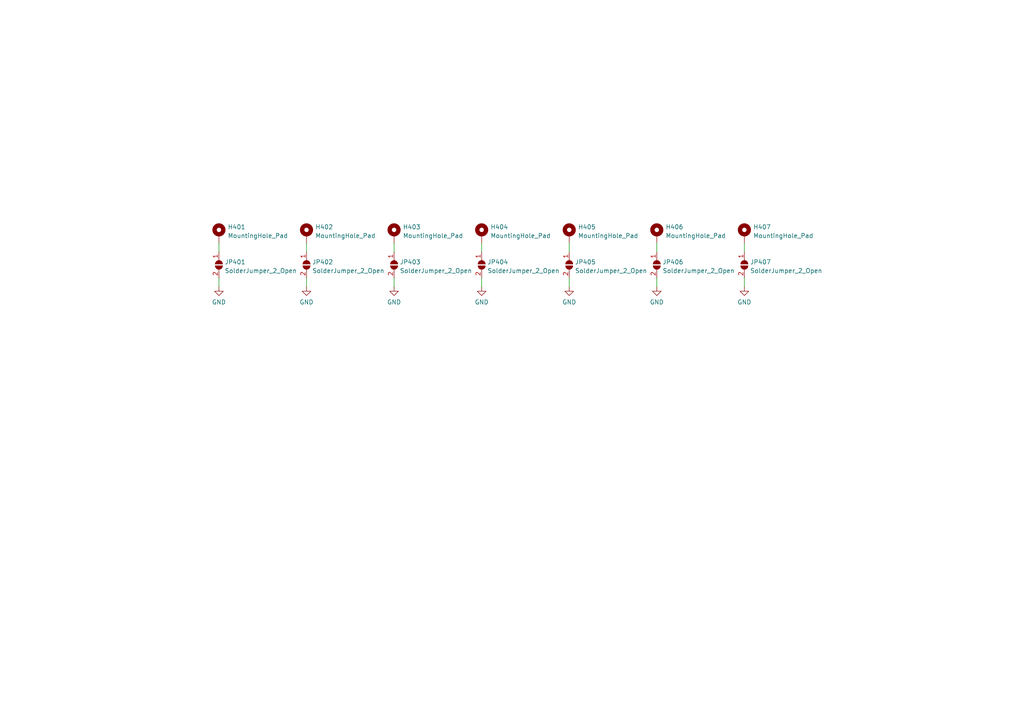
<source format=kicad_sch>
(kicad_sch (version 20211123) (generator eeschema)

  (uuid b3633c75-db22-4e3d-bb4e-5f6145b55b5b)

  (paper "A4")

  (lib_symbols
    (symbol "Jumper:SolderJumper_2_Open" (pin_names (offset 0) hide) (in_bom yes) (on_board yes)
      (property "Reference" "JP" (id 0) (at 0 2.032 0)
        (effects (font (size 1.27 1.27)))
      )
      (property "Value" "SolderJumper_2_Open" (id 1) (at 0 -2.54 0)
        (effects (font (size 1.27 1.27)))
      )
      (property "Footprint" "" (id 2) (at 0 0 0)
        (effects (font (size 1.27 1.27)) hide)
      )
      (property "Datasheet" "~" (id 3) (at 0 0 0)
        (effects (font (size 1.27 1.27)) hide)
      )
      (property "ki_keywords" "solder jumper SPST" (id 4) (at 0 0 0)
        (effects (font (size 1.27 1.27)) hide)
      )
      (property "ki_description" "Solder Jumper, 2-pole, open" (id 5) (at 0 0 0)
        (effects (font (size 1.27 1.27)) hide)
      )
      (property "ki_fp_filters" "SolderJumper*Open*" (id 6) (at 0 0 0)
        (effects (font (size 1.27 1.27)) hide)
      )
      (symbol "SolderJumper_2_Open_0_1"
        (arc (start -0.254 1.016) (mid -1.27 0) (end -0.254 -1.016)
          (stroke (width 0) (type default) (color 0 0 0 0))
          (fill (type none))
        )
        (arc (start -0.254 1.016) (mid -1.27 0) (end -0.254 -1.016)
          (stroke (width 0) (type default) (color 0 0 0 0))
          (fill (type outline))
        )
        (polyline
          (pts
            (xy -0.254 1.016)
            (xy -0.254 -1.016)
          )
          (stroke (width 0) (type default) (color 0 0 0 0))
          (fill (type none))
        )
        (polyline
          (pts
            (xy 0.254 1.016)
            (xy 0.254 -1.016)
          )
          (stroke (width 0) (type default) (color 0 0 0 0))
          (fill (type none))
        )
        (arc (start 0.254 -1.016) (mid 1.27 0) (end 0.254 1.016)
          (stroke (width 0) (type default) (color 0 0 0 0))
          (fill (type none))
        )
        (arc (start 0.254 -1.016) (mid 1.27 0) (end 0.254 1.016)
          (stroke (width 0) (type default) (color 0 0 0 0))
          (fill (type outline))
        )
      )
      (symbol "SolderJumper_2_Open_1_1"
        (pin passive line (at -3.81 0 0) (length 2.54)
          (name "A" (effects (font (size 1.27 1.27))))
          (number "1" (effects (font (size 1.27 1.27))))
        )
        (pin passive line (at 3.81 0 180) (length 2.54)
          (name "B" (effects (font (size 1.27 1.27))))
          (number "2" (effects (font (size 1.27 1.27))))
        )
      )
    )
    (symbol "Mechanical:MountingHole_Pad" (pin_numbers hide) (pin_names (offset 1.016) hide) (in_bom yes) (on_board yes)
      (property "Reference" "H" (id 0) (at 0 6.35 0)
        (effects (font (size 1.27 1.27)))
      )
      (property "Value" "MountingHole_Pad" (id 1) (at 0 4.445 0)
        (effects (font (size 1.27 1.27)))
      )
      (property "Footprint" "" (id 2) (at 0 0 0)
        (effects (font (size 1.27 1.27)) hide)
      )
      (property "Datasheet" "~" (id 3) (at 0 0 0)
        (effects (font (size 1.27 1.27)) hide)
      )
      (property "ki_keywords" "mounting hole" (id 4) (at 0 0 0)
        (effects (font (size 1.27 1.27)) hide)
      )
      (property "ki_description" "Mounting Hole with connection" (id 5) (at 0 0 0)
        (effects (font (size 1.27 1.27)) hide)
      )
      (property "ki_fp_filters" "MountingHole*Pad*" (id 6) (at 0 0 0)
        (effects (font (size 1.27 1.27)) hide)
      )
      (symbol "MountingHole_Pad_0_1"
        (circle (center 0 1.27) (radius 1.27)
          (stroke (width 1.27) (type default) (color 0 0 0 0))
          (fill (type none))
        )
      )
      (symbol "MountingHole_Pad_1_1"
        (pin input line (at 0 -2.54 90) (length 2.54)
          (name "1" (effects (font (size 1.27 1.27))))
          (number "1" (effects (font (size 1.27 1.27))))
        )
      )
    )
    (symbol "power:GND" (power) (pin_names (offset 0)) (in_bom yes) (on_board yes)
      (property "Reference" "#PWR" (id 0) (at 0 -6.35 0)
        (effects (font (size 1.27 1.27)) hide)
      )
      (property "Value" "GND" (id 1) (at 0 -3.81 0)
        (effects (font (size 1.27 1.27)))
      )
      (property "Footprint" "" (id 2) (at 0 0 0)
        (effects (font (size 1.27 1.27)) hide)
      )
      (property "Datasheet" "" (id 3) (at 0 0 0)
        (effects (font (size 1.27 1.27)) hide)
      )
      (property "ki_keywords" "power-flag" (id 4) (at 0 0 0)
        (effects (font (size 1.27 1.27)) hide)
      )
      (property "ki_description" "Power symbol creates a global label with name \"GND\" , ground" (id 5) (at 0 0 0)
        (effects (font (size 1.27 1.27)) hide)
      )
      (symbol "GND_0_1"
        (polyline
          (pts
            (xy 0 0)
            (xy 0 -1.27)
            (xy 1.27 -1.27)
            (xy 0 -2.54)
            (xy -1.27 -1.27)
            (xy 0 -1.27)
          )
          (stroke (width 0) (type default) (color 0 0 0 0))
          (fill (type none))
        )
      )
      (symbol "GND_1_1"
        (pin power_in line (at 0 0 270) (length 0) hide
          (name "GND" (effects (font (size 1.27 1.27))))
          (number "1" (effects (font (size 1.27 1.27))))
        )
      )
    )
  )


  (wire (pts (xy 190.5 70.485) (xy 190.5 73.025))
    (stroke (width 0) (type default) (color 0 0 0 0))
    (uuid 12f2767c-1cd8-4a79-bb0f-dd8f58c68d3f)
  )
  (wire (pts (xy 63.5 70.485) (xy 63.5 73.025))
    (stroke (width 0) (type default) (color 0 0 0 0))
    (uuid 3b8755cb-ee61-498c-9984-813080381cd0)
  )
  (wire (pts (xy 63.5 80.645) (xy 63.5 83.185))
    (stroke (width 0) (type default) (color 0 0 0 0))
    (uuid 65332097-ef55-48ef-87c2-2c9e568a361c)
  )
  (wire (pts (xy 139.7 70.485) (xy 139.7 73.025))
    (stroke (width 0) (type default) (color 0 0 0 0))
    (uuid 7360c07a-f33e-40af-9323-4d0a8f264ef9)
  )
  (wire (pts (xy 88.9 80.645) (xy 88.9 83.185))
    (stroke (width 0) (type default) (color 0 0 0 0))
    (uuid 75c574bc-211e-4569-ac49-2b9a59b95e91)
  )
  (wire (pts (xy 215.9 70.485) (xy 215.9 73.025))
    (stroke (width 0) (type default) (color 0 0 0 0))
    (uuid 7d3d1ab1-fe8a-445c-970c-15f9ffa439da)
  )
  (wire (pts (xy 88.9 70.485) (xy 88.9 73.025))
    (stroke (width 0) (type default) (color 0 0 0 0))
    (uuid 8b7118d8-18c4-4973-9d30-d8e539ebe251)
  )
  (wire (pts (xy 165.1 70.485) (xy 165.1 73.025))
    (stroke (width 0) (type default) (color 0 0 0 0))
    (uuid 95092231-6327-4a71-9689-aef54e489ae1)
  )
  (wire (pts (xy 139.7 80.645) (xy 139.7 83.185))
    (stroke (width 0) (type default) (color 0 0 0 0))
    (uuid 9ff31e36-1df8-473a-9903-3eb026594688)
  )
  (wire (pts (xy 114.3 70.485) (xy 114.3 73.025))
    (stroke (width 0) (type default) (color 0 0 0 0))
    (uuid c4217720-ab64-41c8-b415-412cce22e500)
  )
  (wire (pts (xy 114.3 80.645) (xy 114.3 83.185))
    (stroke (width 0) (type default) (color 0 0 0 0))
    (uuid e165e724-7c43-46cf-961c-917667d44866)
  )
  (wire (pts (xy 165.1 80.645) (xy 165.1 83.185))
    (stroke (width 0) (type default) (color 0 0 0 0))
    (uuid e4db4edf-66d1-4b9a-98ca-bcc05ee3c3f4)
  )
  (wire (pts (xy 215.9 80.645) (xy 215.9 83.185))
    (stroke (width 0) (type default) (color 0 0 0 0))
    (uuid e7d3bbe0-b260-4951-8e99-1d6b7dc2e6c2)
  )
  (wire (pts (xy 190.5 80.645) (xy 190.5 83.185))
    (stroke (width 0) (type default) (color 0 0 0 0))
    (uuid e90219a4-8f86-4d7f-9171-a55c21092992)
  )

  (symbol (lib_id "Jumper:SolderJumper_2_Open") (at 63.5 76.835 270) (unit 1)
    (in_bom yes) (on_board yes) (fields_autoplaced)
    (uuid 034073a4-6f29-4b73-9814-952efa8271b2)
    (property "Reference" "JP401" (id 0) (at 65.151 76.0003 90)
      (effects (font (size 1.27 1.27)) (justify left))
    )
    (property "Value" "SolderJumper_2_Open" (id 1) (at 65.151 78.5372 90)
      (effects (font (size 1.27 1.27)) (justify left))
    )
    (property "Footprint" "Jumper:SolderJumper-2_P1.3mm_Open_Pad1.0x1.5mm" (id 2) (at 63.5 76.835 0)
      (effects (font (size 1.27 1.27)) hide)
    )
    (property "Datasheet" "~" (id 3) (at 63.5 76.835 0)
      (effects (font (size 1.27 1.27)) hide)
    )
    (pin "1" (uuid 6e503008-c20e-45c7-b8f6-79ef304f7c84))
    (pin "2" (uuid 5ddac88c-9524-4fa6-8633-7ce3e90c0813))
  )

  (symbol (lib_id "Jumper:SolderJumper_2_Open") (at 215.9 76.835 270) (unit 1)
    (in_bom yes) (on_board yes) (fields_autoplaced)
    (uuid 18b9bb38-a0a8-4c47-8090-635ff77467c0)
    (property "Reference" "JP407" (id 0) (at 217.551 76.0003 90)
      (effects (font (size 1.27 1.27)) (justify left))
    )
    (property "Value" "SolderJumper_2_Open" (id 1) (at 217.551 78.5372 90)
      (effects (font (size 1.27 1.27)) (justify left))
    )
    (property "Footprint" "Jumper:SolderJumper-2_P1.3mm_Open_Pad1.0x1.5mm" (id 2) (at 215.9 76.835 0)
      (effects (font (size 1.27 1.27)) hide)
    )
    (property "Datasheet" "~" (id 3) (at 215.9 76.835 0)
      (effects (font (size 1.27 1.27)) hide)
    )
    (pin "1" (uuid 91c28e7a-698b-4539-b1f8-73163cd48c01))
    (pin "2" (uuid 69eef71c-39d5-4b37-ad6d-20684f7bbe54))
  )

  (symbol (lib_id "Mechanical:MountingHole_Pad") (at 88.9 67.945 0) (unit 1)
    (in_bom yes) (on_board yes) (fields_autoplaced)
    (uuid 38cdd67c-5f04-4257-9905-c9ce088d900a)
    (property "Reference" "H402" (id 0) (at 91.44 65.8403 0)
      (effects (font (size 1.27 1.27)) (justify left))
    )
    (property "Value" "MountingHole_Pad" (id 1) (at 91.44 68.3772 0)
      (effects (font (size 1.27 1.27)) (justify left))
    )
    (property "Footprint" "MountingHole:MountingHole_3.2mm_M3_Pad_Via" (id 2) (at 88.9 67.945 0)
      (effects (font (size 1.27 1.27)) hide)
    )
    (property "Datasheet" "~" (id 3) (at 88.9 67.945 0)
      (effects (font (size 1.27 1.27)) hide)
    )
    (pin "1" (uuid 31f92085-2a22-4d4d-826b-e9aa58997a5d))
  )

  (symbol (lib_id "Jumper:SolderJumper_2_Open") (at 165.1 76.835 270) (unit 1)
    (in_bom yes) (on_board yes) (fields_autoplaced)
    (uuid 40fd58e7-8364-4368-8f65-b49f2f07ab3f)
    (property "Reference" "JP405" (id 0) (at 166.751 76.0003 90)
      (effects (font (size 1.27 1.27)) (justify left))
    )
    (property "Value" "SolderJumper_2_Open" (id 1) (at 166.751 78.5372 90)
      (effects (font (size 1.27 1.27)) (justify left))
    )
    (property "Footprint" "Jumper:SolderJumper-2_P1.3mm_Open_Pad1.0x1.5mm" (id 2) (at 165.1 76.835 0)
      (effects (font (size 1.27 1.27)) hide)
    )
    (property "Datasheet" "~" (id 3) (at 165.1 76.835 0)
      (effects (font (size 1.27 1.27)) hide)
    )
    (pin "1" (uuid f4072987-1fbc-4975-a47d-0e9a27758007))
    (pin "2" (uuid 3e95165d-fbe6-4c27-a9f2-838be207c36e))
  )

  (symbol (lib_id "Mechanical:MountingHole_Pad") (at 139.7 67.945 0) (unit 1)
    (in_bom yes) (on_board yes) (fields_autoplaced)
    (uuid 4d44bbad-d20e-44c7-9490-8e466acf1a10)
    (property "Reference" "H404" (id 0) (at 142.24 65.8403 0)
      (effects (font (size 1.27 1.27)) (justify left))
    )
    (property "Value" "MountingHole_Pad" (id 1) (at 142.24 68.3772 0)
      (effects (font (size 1.27 1.27)) (justify left))
    )
    (property "Footprint" "MountingHole:MountingHole_3.2mm_M3_Pad_Via" (id 2) (at 139.7 67.945 0)
      (effects (font (size 1.27 1.27)) hide)
    )
    (property "Datasheet" "~" (id 3) (at 139.7 67.945 0)
      (effects (font (size 1.27 1.27)) hide)
    )
    (pin "1" (uuid baf1aae6-3456-4839-8399-2504a211bf26))
  )

  (symbol (lib_id "power:GND") (at 63.5 83.185 0) (unit 1)
    (in_bom yes) (on_board yes) (fields_autoplaced)
    (uuid 6ebac1cf-3474-4aff-9c58-529351e355a4)
    (property "Reference" "#PWR0401" (id 0) (at 63.5 89.535 0)
      (effects (font (size 1.27 1.27)) hide)
    )
    (property "Value" "GND" (id 1) (at 63.5 87.6284 0))
    (property "Footprint" "" (id 2) (at 63.5 83.185 0)
      (effects (font (size 1.27 1.27)) hide)
    )
    (property "Datasheet" "" (id 3) (at 63.5 83.185 0)
      (effects (font (size 1.27 1.27)) hide)
    )
    (pin "1" (uuid 4602f689-4f6b-46c7-bef0-b8556393cc27))
  )

  (symbol (lib_id "power:GND") (at 114.3 83.185 0) (unit 1)
    (in_bom yes) (on_board yes) (fields_autoplaced)
    (uuid 77c97090-27b5-41a9-844f-1e83f544d1a3)
    (property "Reference" "#PWR0403" (id 0) (at 114.3 89.535 0)
      (effects (font (size 1.27 1.27)) hide)
    )
    (property "Value" "GND" (id 1) (at 114.3 87.6284 0))
    (property "Footprint" "" (id 2) (at 114.3 83.185 0)
      (effects (font (size 1.27 1.27)) hide)
    )
    (property "Datasheet" "" (id 3) (at 114.3 83.185 0)
      (effects (font (size 1.27 1.27)) hide)
    )
    (pin "1" (uuid 98c91096-0db5-48dc-9230-d237b1fabcdc))
  )

  (symbol (lib_id "Mechanical:MountingHole_Pad") (at 63.5 67.945 0) (unit 1)
    (in_bom yes) (on_board yes) (fields_autoplaced)
    (uuid 7b391dc8-24de-4f28-a444-145cb93e97e3)
    (property "Reference" "H401" (id 0) (at 66.04 65.8403 0)
      (effects (font (size 1.27 1.27)) (justify left))
    )
    (property "Value" "MountingHole_Pad" (id 1) (at 66.04 68.3772 0)
      (effects (font (size 1.27 1.27)) (justify left))
    )
    (property "Footprint" "MountingHole:MountingHole_3.2mm_M3_Pad_Via" (id 2) (at 63.5 67.945 0)
      (effects (font (size 1.27 1.27)) hide)
    )
    (property "Datasheet" "~" (id 3) (at 63.5 67.945 0)
      (effects (font (size 1.27 1.27)) hide)
    )
    (pin "1" (uuid 9b76dcfe-baff-4205-8a2d-3ac53e901c73))
  )

  (symbol (lib_id "Jumper:SolderJumper_2_Open") (at 190.5 76.835 270) (unit 1)
    (in_bom yes) (on_board yes) (fields_autoplaced)
    (uuid 8b4fe6fb-4738-4836-a839-00a05c2d9c93)
    (property "Reference" "JP406" (id 0) (at 192.151 76.0003 90)
      (effects (font (size 1.27 1.27)) (justify left))
    )
    (property "Value" "SolderJumper_2_Open" (id 1) (at 192.151 78.5372 90)
      (effects (font (size 1.27 1.27)) (justify left))
    )
    (property "Footprint" "Jumper:SolderJumper-2_P1.3mm_Open_Pad1.0x1.5mm" (id 2) (at 190.5 76.835 0)
      (effects (font (size 1.27 1.27)) hide)
    )
    (property "Datasheet" "~" (id 3) (at 190.5 76.835 0)
      (effects (font (size 1.27 1.27)) hide)
    )
    (pin "1" (uuid f4c3d334-9c57-42c8-a283-b4ac50178253))
    (pin "2" (uuid 0d54277f-f274-456d-a932-3925d15b9d10))
  )

  (symbol (lib_id "Jumper:SolderJumper_2_Open") (at 114.3 76.835 270) (unit 1)
    (in_bom yes) (on_board yes) (fields_autoplaced)
    (uuid 98992259-93ca-4ab1-bfff-27184869d868)
    (property "Reference" "JP403" (id 0) (at 115.951 76.0003 90)
      (effects (font (size 1.27 1.27)) (justify left))
    )
    (property "Value" "SolderJumper_2_Open" (id 1) (at 115.951 78.5372 90)
      (effects (font (size 1.27 1.27)) (justify left))
    )
    (property "Footprint" "Jumper:SolderJumper-2_P1.3mm_Open_Pad1.0x1.5mm" (id 2) (at 114.3 76.835 0)
      (effects (font (size 1.27 1.27)) hide)
    )
    (property "Datasheet" "~" (id 3) (at 114.3 76.835 0)
      (effects (font (size 1.27 1.27)) hide)
    )
    (pin "1" (uuid 4747ea70-08b5-43ee-93f9-55e44d473ac5))
    (pin "2" (uuid 24ba6e9c-e43d-43c3-8269-9771a8cca62c))
  )

  (symbol (lib_id "power:GND") (at 139.7 83.185 0) (unit 1)
    (in_bom yes) (on_board yes) (fields_autoplaced)
    (uuid aa8f0210-0e5c-4a4c-8c7e-2b17249bc063)
    (property "Reference" "#PWR0404" (id 0) (at 139.7 89.535 0)
      (effects (font (size 1.27 1.27)) hide)
    )
    (property "Value" "GND" (id 1) (at 139.7 87.6284 0))
    (property "Footprint" "" (id 2) (at 139.7 83.185 0)
      (effects (font (size 1.27 1.27)) hide)
    )
    (property "Datasheet" "" (id 3) (at 139.7 83.185 0)
      (effects (font (size 1.27 1.27)) hide)
    )
    (pin "1" (uuid 642f675b-847b-49a8-8f01-43e86b3d6bcb))
  )

  (symbol (lib_id "Mechanical:MountingHole_Pad") (at 114.3 67.945 0) (unit 1)
    (in_bom yes) (on_board yes) (fields_autoplaced)
    (uuid acfce364-9761-4a18-bda3-8e8bcec07037)
    (property "Reference" "H403" (id 0) (at 116.84 65.8403 0)
      (effects (font (size 1.27 1.27)) (justify left))
    )
    (property "Value" "MountingHole_Pad" (id 1) (at 116.84 68.3772 0)
      (effects (font (size 1.27 1.27)) (justify left))
    )
    (property "Footprint" "MountingHole:MountingHole_3.2mm_M3_Pad_Via" (id 2) (at 114.3 67.945 0)
      (effects (font (size 1.27 1.27)) hide)
    )
    (property "Datasheet" "~" (id 3) (at 114.3 67.945 0)
      (effects (font (size 1.27 1.27)) hide)
    )
    (pin "1" (uuid adb15936-7ff4-43ea-9184-8cb624993cd4))
  )

  (symbol (lib_id "power:GND") (at 190.5 83.185 0) (unit 1)
    (in_bom yes) (on_board yes) (fields_autoplaced)
    (uuid ad923fee-8552-46df-9814-1f027e7fbf82)
    (property "Reference" "#PWR0406" (id 0) (at 190.5 89.535 0)
      (effects (font (size 1.27 1.27)) hide)
    )
    (property "Value" "GND" (id 1) (at 190.5 87.6284 0))
    (property "Footprint" "" (id 2) (at 190.5 83.185 0)
      (effects (font (size 1.27 1.27)) hide)
    )
    (property "Datasheet" "" (id 3) (at 190.5 83.185 0)
      (effects (font (size 1.27 1.27)) hide)
    )
    (pin "1" (uuid 52d15eb0-e5b9-4ff5-85ea-c78f6ebe6831))
  )

  (symbol (lib_id "Mechanical:MountingHole_Pad") (at 215.9 67.945 0) (unit 1)
    (in_bom yes) (on_board yes) (fields_autoplaced)
    (uuid b8af778d-eb2a-4ad2-b5d8-b86fc173018f)
    (property "Reference" "H407" (id 0) (at 218.44 65.8403 0)
      (effects (font (size 1.27 1.27)) (justify left))
    )
    (property "Value" "MountingHole_Pad" (id 1) (at 218.44 68.3772 0)
      (effects (font (size 1.27 1.27)) (justify left))
    )
    (property "Footprint" "MountingHole:MountingHole_3.2mm_M3_Pad_Via" (id 2) (at 215.9 67.945 0)
      (effects (font (size 1.27 1.27)) hide)
    )
    (property "Datasheet" "~" (id 3) (at 215.9 67.945 0)
      (effects (font (size 1.27 1.27)) hide)
    )
    (pin "1" (uuid d751b55c-541b-4d90-aa7e-ce6708fb82ec))
  )

  (symbol (lib_id "Mechanical:MountingHole_Pad") (at 165.1 67.945 0) (unit 1)
    (in_bom yes) (on_board yes) (fields_autoplaced)
    (uuid c07362b6-fc8f-47dd-a2f9-e92d5662744d)
    (property "Reference" "H405" (id 0) (at 167.64 65.8403 0)
      (effects (font (size 1.27 1.27)) (justify left))
    )
    (property "Value" "MountingHole_Pad" (id 1) (at 167.64 68.3772 0)
      (effects (font (size 1.27 1.27)) (justify left))
    )
    (property "Footprint" "MountingHole:MountingHole_3.2mm_M3_Pad_Via" (id 2) (at 165.1 67.945 0)
      (effects (font (size 1.27 1.27)) hide)
    )
    (property "Datasheet" "~" (id 3) (at 165.1 67.945 0)
      (effects (font (size 1.27 1.27)) hide)
    )
    (pin "1" (uuid 02ced7e2-3f73-450a-bf52-6c119bb6ae3e))
  )

  (symbol (lib_id "power:GND") (at 215.9 83.185 0) (unit 1)
    (in_bom yes) (on_board yes) (fields_autoplaced)
    (uuid c443691d-64d4-4701-9087-37f6d1c5a3b6)
    (property "Reference" "#PWR0407" (id 0) (at 215.9 89.535 0)
      (effects (font (size 1.27 1.27)) hide)
    )
    (property "Value" "GND" (id 1) (at 215.9 87.6284 0))
    (property "Footprint" "" (id 2) (at 215.9 83.185 0)
      (effects (font (size 1.27 1.27)) hide)
    )
    (property "Datasheet" "" (id 3) (at 215.9 83.185 0)
      (effects (font (size 1.27 1.27)) hide)
    )
    (pin "1" (uuid 63517192-ca82-4f03-8cfb-d8f6fc9a7b1e))
  )

  (symbol (lib_id "Jumper:SolderJumper_2_Open") (at 88.9 76.835 270) (unit 1)
    (in_bom yes) (on_board yes) (fields_autoplaced)
    (uuid d0d1b91a-cbd7-400b-9623-d9b1deeb05c7)
    (property "Reference" "JP402" (id 0) (at 90.551 76.0003 90)
      (effects (font (size 1.27 1.27)) (justify left))
    )
    (property "Value" "SolderJumper_2_Open" (id 1) (at 90.551 78.5372 90)
      (effects (font (size 1.27 1.27)) (justify left))
    )
    (property "Footprint" "Jumper:SolderJumper-2_P1.3mm_Open_Pad1.0x1.5mm" (id 2) (at 88.9 76.835 0)
      (effects (font (size 1.27 1.27)) hide)
    )
    (property "Datasheet" "~" (id 3) (at 88.9 76.835 0)
      (effects (font (size 1.27 1.27)) hide)
    )
    (pin "1" (uuid 7d6e53fd-5880-4930-bf19-b07d349c4eb6))
    (pin "2" (uuid fc4c28be-bee4-494c-b97f-2e47cc0b6cc8))
  )

  (symbol (lib_id "Mechanical:MountingHole_Pad") (at 190.5 67.945 0) (unit 1)
    (in_bom yes) (on_board yes) (fields_autoplaced)
    (uuid d21acf90-816d-4b7d-93a7-f396e34c4035)
    (property "Reference" "H406" (id 0) (at 193.04 65.8403 0)
      (effects (font (size 1.27 1.27)) (justify left))
    )
    (property "Value" "MountingHole_Pad" (id 1) (at 193.04 68.3772 0)
      (effects (font (size 1.27 1.27)) (justify left))
    )
    (property "Footprint" "MountingHole:MountingHole_3.2mm_M3_Pad_Via" (id 2) (at 190.5 67.945 0)
      (effects (font (size 1.27 1.27)) hide)
    )
    (property "Datasheet" "~" (id 3) (at 190.5 67.945 0)
      (effects (font (size 1.27 1.27)) hide)
    )
    (pin "1" (uuid 46e13913-c14b-456e-b4ce-b5c7cfc4c21b))
  )

  (symbol (lib_id "Jumper:SolderJumper_2_Open") (at 139.7 76.835 270) (unit 1)
    (in_bom yes) (on_board yes) (fields_autoplaced)
    (uuid e4347102-09af-4e0d-a5c9-3dfa5db01bb4)
    (property "Reference" "JP404" (id 0) (at 141.351 76.0003 90)
      (effects (font (size 1.27 1.27)) (justify left))
    )
    (property "Value" "SolderJumper_2_Open" (id 1) (at 141.351 78.5372 90)
      (effects (font (size 1.27 1.27)) (justify left))
    )
    (property "Footprint" "Jumper:SolderJumper-2_P1.3mm_Open_Pad1.0x1.5mm" (id 2) (at 139.7 76.835 0)
      (effects (font (size 1.27 1.27)) hide)
    )
    (property "Datasheet" "~" (id 3) (at 139.7 76.835 0)
      (effects (font (size 1.27 1.27)) hide)
    )
    (pin "1" (uuid 9a09fff7-2840-4d6d-8d3c-7053b422f475))
    (pin "2" (uuid 53abfa5f-feb9-43a6-bc3a-d93a865fa0e2))
  )

  (symbol (lib_id "power:GND") (at 88.9 83.185 0) (unit 1)
    (in_bom yes) (on_board yes) (fields_autoplaced)
    (uuid e8645cd3-b3df-4151-9c98-71b24adb97b9)
    (property "Reference" "#PWR0402" (id 0) (at 88.9 89.535 0)
      (effects (font (size 1.27 1.27)) hide)
    )
    (property "Value" "GND" (id 1) (at 88.9 87.6284 0))
    (property "Footprint" "" (id 2) (at 88.9 83.185 0)
      (effects (font (size 1.27 1.27)) hide)
    )
    (property "Datasheet" "" (id 3) (at 88.9 83.185 0)
      (effects (font (size 1.27 1.27)) hide)
    )
    (pin "1" (uuid 594a6d57-7d8c-4d1b-803b-d2d6fbe12813))
  )

  (symbol (lib_id "power:GND") (at 165.1 83.185 0) (unit 1)
    (in_bom yes) (on_board yes) (fields_autoplaced)
    (uuid ec19980a-8f14-4fa7-ac1f-ff80ef914a8d)
    (property "Reference" "#PWR0405" (id 0) (at 165.1 89.535 0)
      (effects (font (size 1.27 1.27)) hide)
    )
    (property "Value" "GND" (id 1) (at 165.1 87.6284 0))
    (property "Footprint" "" (id 2) (at 165.1 83.185 0)
      (effects (font (size 1.27 1.27)) hide)
    )
    (property "Datasheet" "" (id 3) (at 165.1 83.185 0)
      (effects (font (size 1.27 1.27)) hide)
    )
    (pin "1" (uuid c6be649c-e422-41ae-92dc-da48ef1d2916))
  )
)

</source>
